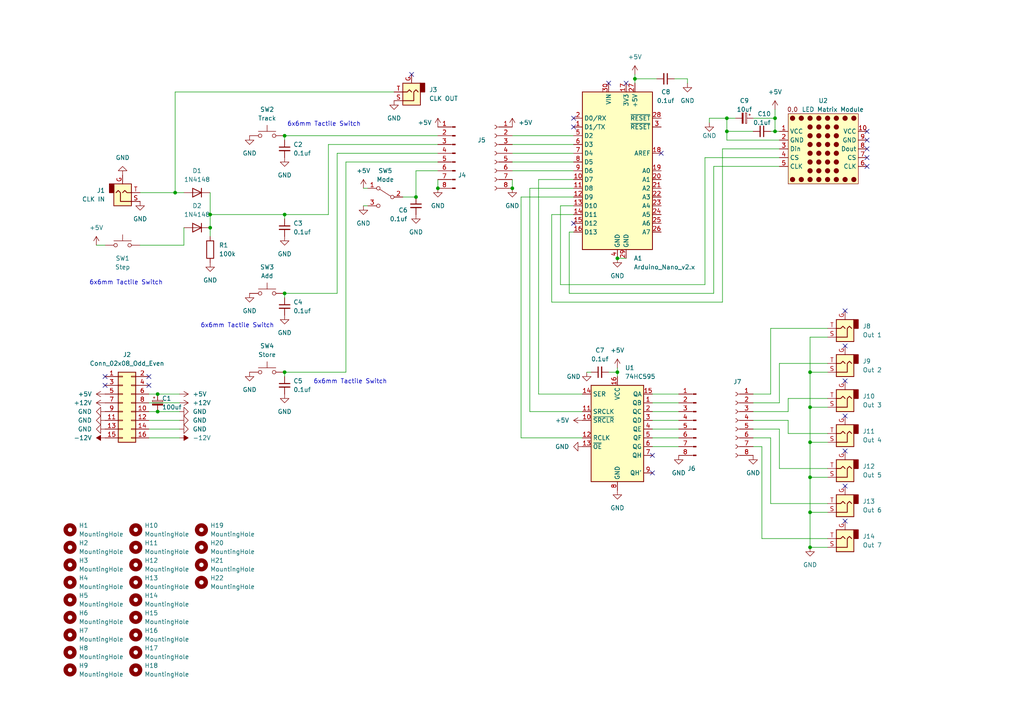
<source format=kicad_sch>
(kicad_sch (version 20250114) (generator "eeschema") (generator_version "9.0")
  (paper "A4")
  (title_block (date "2025-05-14") (rev "1"))
  (lib_symbols
    (symbol "74xx:74HC595"
      (property "Reference" "U" (at -7.62 13.97 0))
      (property "Value" "74HC595" (at -7.62 -16.51 0))
      (symbol "74HC595_1_0"
        (pin input line (at -10.16 10.16 0) (length 2.54) (name "SER") (number "14"))
        (pin input line (at -10.16 5.08 0) (length 2.54) (name "SRCLK") (number "11"))
        (pin input line (at -10.16 2.54 0) (length 2.54) (name "~{SRCLR}") (number "10"))
        (pin input line (at -10.16 -2.54 0) (length 2.54) (name "RCLK") (number "12"))
        (pin input line (at -10.16 -5.08 0) (length 2.54) (name "~{OE}") (number "13"))
        (pin power_in line (at 0 15.24 270) (length 2.54) (name "VCC") (number "16"))
        (pin power_in line (at 0 -17.78 90) (length 2.54) (name "GND") (number "8"))
        (pin tri_state line (at 10.16 10.16 180) (length 2.54) (name "QA") (number "15"))
        (pin tri_state line (at 10.16 7.62 180) (length 2.54) (name "QB") (number "1"))
        (pin tri_state line (at 10.16 5.08 180) (length 2.54) (name "QC") (number "2"))
        (pin tri_state line (at 10.16 2.54 180) (length 2.54) (name "QD") (number "3"))
        (pin tri_state line (at 10.16 0 180) (length 2.54) (name "QE") (number "4"))
        (pin tri_state line (at 10.16 -2.54 180) (length 2.54) (name "QF") (number "5"))
        (pin tri_state line (at 10.16 -5.08 180) (length 2.54) (name "QG") (number "6"))
        (pin tri_state line (at 10.16 -7.62 180) (length 2.54) (name "QH") (number "7"))
        (pin output line (at 10.16 -12.7 180) (length 2.54) (name "QH'") (number "9"))
      )
      (symbol "74HC595_1_1"
        (rectangle (start -7.62 12.7) (end 7.62 -15.24) (stroke (width 0.254)) (fill (type background)))
      )
    )
    (symbol "Connector:Conn_01x08_Pin" (pin_names (offset 1.016) (hide yes))
      (property "Reference" "J" (at 0 10.16 0))
      (property "Value" "Conn_01x08_Pin" (at 0 -12.7 0))
      (symbol "Conn_01x08_Pin_1_1"
        (rectangle (start 0.8636 7.747) (end 0 7.493) (stroke (width 0.1524)) (fill (type outline)))
        (rectangle (start 0.8636 5.207) (end 0 4.953) (stroke (width 0.1524)) (fill (type outline)))
        (rectangle (start 0.8636 2.667) (end 0 2.413) (stroke (width 0.1524)) (fill (type outline)))
        (rectangle (start 0.8636 0.127) (end 0 -0.127) (stroke (width 0.1524)) (fill (type outline)))
        (rectangle (start 0.8636 -2.413) (end 0 -2.667) (stroke (width 0.1524)) (fill (type outline)))
        (rectangle (start 0.8636 -4.953) (end 0 -5.207) (stroke (width 0.1524)) (fill (type outline)))
        (rectangle (start 0.8636 -7.493) (end 0 -7.747) (stroke (width 0.1524)) (fill (type outline)))
        (rectangle (start 0.8636 -10.033) (end 0 -10.287) (stroke (width 0.1524)) (fill (type outline)))
        (polyline (pts (xy 1.27 7.62) (xy 0.8636 7.62)) (stroke (width 0.1524)))
        (polyline (pts (xy 1.27 5.08) (xy 0.8636 5.08)) (stroke (width 0.1524)))
        (polyline (pts (xy 1.27 2.54) (xy 0.8636 2.54)) (stroke (width 0.1524)))
        (polyline (pts (xy 1.27 0) (xy 0.8636 0)) (stroke (width 0.1524)))
        (polyline (pts (xy 1.27 -2.54) (xy 0.8636 -2.54)) (stroke (width 0.1524)))
        (polyline (pts (xy 1.27 -5.08) (xy 0.8636 -5.08)) (stroke (width 0.1524)))
        (polyline (pts (xy 1.27 -7.62) (xy 0.8636 -7.62)) (stroke (width 0.1524)))
        (polyline (pts (xy 1.27 -10.16) (xy 0.8636 -10.16)) (stroke (width 0.1524)))
        (pin passive line (at 5.08 7.62 180) (length 3.81) (name "Pin_1") (number "1"))
        (pin passive line (at 5.08 5.08 180) (length 3.81) (name "Pin_2") (number "2"))
        (pin passive line (at 5.08 2.54 180) (length 3.81) (name "Pin_3") (number "3"))
        (pin passive line (at 5.08 0 180) (length 3.81) (name "Pin_4") (number "4"))
        (pin passive line (at 5.08 -2.54 180) (length 3.81) (name "Pin_5") (number "5"))
        (pin passive line (at 5.08 -5.08 180) (length 3.81) (name "Pin_6") (number "6"))
        (pin passive line (at 5.08 -7.62 180) (length 3.81) (name "Pin_7") (number "7"))
        (pin passive line (at 5.08 -10.16 180) (length 3.81) (name "Pin_8") (number "8"))
      )
    )
    (symbol "Connector:Conn_01x08_Socket" (pin_names (offset 1.016) (hide yes))
      (property "Reference" "J" (at 0 10.16 0))
      (property "Value" "Conn_01x08_Socket" (at 0 -12.7 0))
      (symbol "Conn_01x08_Socket_1_1"
        (polyline (pts (xy -1.27 7.62) (xy -0.508 7.62)) (stroke (width 0.1524)))
        (polyline (pts (xy -1.27 5.08) (xy -0.508 5.08)) (stroke (width 0.1524)))
        (polyline (pts (xy -1.27 2.54) (xy -0.508 2.54)) (stroke (width 0.1524)))
        (polyline (pts (xy -1.27 0) (xy -0.508 0)) (stroke (width 0.1524)))
        (polyline (pts (xy -1.27 -2.54) (xy -0.508 -2.54)) (stroke (width 0.1524)))
        (polyline (pts (xy -1.27 -5.08) (xy -0.508 -5.08)) (stroke (width 0.1524)))
        (polyline (pts (xy -1.27 -7.62) (xy -0.508 -7.62)) (stroke (width 0.1524)))
        (polyline (pts (xy -1.27 -10.16) (xy -0.508 -10.16)) (stroke (width 0.1524)))
        (arc (start 0 7.112) (mid -0.5058 7.62) (end 0 8.128) (stroke (width 0.1524)))
        (arc (start 0 4.572) (mid -0.5058 5.08) (end 0 5.588) (stroke (width 0.1524)))
        (arc (start 0 2.032) (mid -0.5058 2.54) (end 0 3.048) (stroke (width 0.1524)))
        (arc (start 0 -0.508) (mid -0.5058 0) (end 0 0.508) (stroke (width 0.1524)))
        (arc (start 0 -3.048) (mid -0.5058 -2.54) (end 0 -2.032) (stroke (width 0.1524)))
        (arc (start 0 -5.588) (mid -0.5058 -5.08) (end 0 -4.572) (stroke (width 0.1524)))
        (arc (start 0 -8.128) (mid -0.5058 -7.62) (end 0 -7.112) (stroke (width 0.1524)))
        (arc (start 0 -10.668) (mid -0.5058 -10.16) (end 0 -9.652) (stroke (width 0.1524)))
        (pin passive line (at -5.08 7.62 0) (length 3.81) (name "Pin_1") (number "1"))
        (pin passive line (at -5.08 5.08 0) (length 3.81) (name "Pin_2") (number "2"))
        (pin passive line (at -5.08 2.54 0) (length 3.81) (name "Pin_3") (number "3"))
        (pin passive line (at -5.08 0 0) (length 3.81) (name "Pin_4") (number "4"))
        (pin passive line (at -5.08 -2.54 0) (length 3.81) (name "Pin_5") (number "5"))
        (pin passive line (at -5.08 -5.08 0) (length 3.81) (name "Pin_6") (number "6"))
        (pin passive line (at -5.08 -7.62 0) (length 3.81) (name "Pin_7") (number "7"))
        (pin passive line (at -5.08 -10.16 0) (length 3.81) (name "Pin_8") (number "8"))
      )
    )
    (symbol "Connector_Audio:AudioJack2_Ground"
      (property "Reference" "J" (at 0 8.89 0))
      (property "Value" "AudioJack2_Ground" (at 0 6.35 0))
      (symbol "AudioJack2_Ground_0_1"
        (rectangle (start -2.54 -2.54) (end -3.81 0) (stroke (width 0.254)) (fill (type outline)))
        (polyline (pts (xy 0 0) (xy 0.635 -0.635) (xy 1.27 0) (xy 2.54 0)) (stroke (width 0.254)))
        (rectangle (start 2.54 3.81) (end -2.54 -2.54) (stroke (width 0.254)) (fill (type background)))
        (polyline (pts (xy 2.54 2.54) (xy -0.635 2.54) (xy -0.635 0) (xy -1.27 -0.635) (xy -1.905 0)) (stroke (width 0.254)))
      )
      (symbol "AudioJack2_Ground_1_1"
        (pin passive line (at 0 -5.08 90) (length 2.54) (name "~") (number "G"))
        (pin passive line (at 5.08 2.54 180) (length 2.54) (name "~") (number "S"))
        (pin passive line (at 5.08 0 180) (length 2.54) (name "~") (number "T"))
      )
    )
    (symbol "Connector_Generic:Conn_02x08_Odd_Even" (pin_names (offset 1.016) (hide yes))
      (property "Reference" "J5" (at 1.27 13.97 0))
      (property "Value" "Conn_02x08_Odd_Even" (at 1.27 11.43 0))
      (symbol "Conn_02x08_Odd_Even_1_1"
        (rectangle (start -1.27 8.89) (end 3.81 -11.43) (stroke (width 0.254)) (fill (type background)))
        (rectangle (start -1.27 7.747) (end 0 7.493) (stroke (width 0.1524)))
        (rectangle (start -1.27 5.207) (end 0 4.953) (stroke (width 0.1524)))
        (rectangle (start -1.27 2.667) (end 0 2.413) (stroke (width 0.1524)))
        (rectangle (start -1.27 0.127) (end 0 -0.127) (stroke (width 0.1524)))
        (rectangle (start -1.27 -2.413) (end 0 -2.667) (stroke (width 0.1524)))
        (rectangle (start -1.27 -4.953) (end 0 -5.207) (stroke (width 0.1524)))
        (rectangle (start -1.27 -7.493) (end 0 -7.747) (stroke (width 0.1524)))
        (rectangle (start -1.27 -10.033) (end 0 -10.287) (stroke (width 0.1524)))
        (rectangle (start 3.81 7.747) (end 2.54 7.493) (stroke (width 0.1524)))
        (rectangle (start 3.81 5.207) (end 2.54 4.953) (stroke (width 0.1524)))
        (rectangle (start 3.81 2.667) (end 2.54 2.413) (stroke (width 0.1524)))
        (rectangle (start 3.81 0.127) (end 2.54 -0.127) (stroke (width 0.1524)))
        (rectangle (start 3.81 -2.413) (end 2.54 -2.667) (stroke (width 0.1524)))
        (rectangle (start 3.81 -4.953) (end 2.54 -5.207) (stroke (width 0.1524)))
        (rectangle (start 3.81 -7.493) (end 2.54 -7.747) (stroke (width 0.1524)))
        (rectangle (start 3.81 -10.033) (end 2.54 -10.287) (stroke (width 0.1524)))
        (pin passive line (at -5.08 7.62 0) (length 3.81) (name "Pin_1") (number "1"))
        (pin passive line (at -5.08 5.08 0) (length 3.81) (name "Pin_3") (number "3"))
        (pin passive line (at -5.08 2.54 0) (length 3.81) (name "Pin_5") (number "5"))
        (pin passive line (at -5.08 0 0) (length 3.81) (name "Pin_7") (number "7"))
        (pin passive line (at -5.08 -2.54 0) (length 3.81) (name "Pin_9") (number "9"))
        (pin passive line (at -5.08 -5.08 0) (length 3.81) (name "Pin_11") (number "11"))
        (pin passive line (at -5.08 -7.62 0) (length 3.81) (name "Pin_13") (number "13"))
        (pin passive line (at -5.08 -10.16 0) (length 3.81) (name "Pin_15") (number "15"))
        (pin passive line (at 7.62 7.62 180) (length 3.81) (name "Pin_2") (number "2"))
        (pin passive line (at 7.62 5.08 180) (length 3.81) (name "Pin_4") (number "4"))
        (pin power_out line (at 7.62 2.54 180) (length 3.81) (name "Pin_6") (number "6"))
        (pin power_out line (at 7.62 0 180) (length 3.81) (name "Pin_8") (number "8"))
        (pin passive line (at 7.62 -2.54 180) (length 3.81) (name "Pin_10") (number "10"))
        (pin power_out line (at 7.62 -5.08 180) (length 3.81) (name "Pin_12") (number "12"))
        (pin passive line (at 7.62 -7.62 180) (length 3.81) (name "Pin_14") (number "14"))
        (pin power_out line (at 7.62 -10.16 180) (length 3.81) (name "Pin_16") (number "16"))
      )
    )
    (symbol "Custom_Symbols:LED_Matrix"
      (property "Reference" "U" (at 0 11.43 0))
      (symbol "LED_Matrix_1_1"
        (rectangle (start -10.16 10.16) (end 10.16 -10.16) (fill (type background)))
        (circle (center -8.89 8.89) (radius 0.0001) (stroke (width 1.5)) (fill (type outline)))
        (circle (center -8.89 -8.89) (radius 0.0001) (stroke (width 1.5)) (fill (type outline)))
        (circle (center -6.35 8.89) (radius 0.0001) (stroke (width 1.5)) (fill (type outline)))
        (circle (center -6.35 -8.89) (radius 0.0001) (stroke (width 1.5)) (fill (type outline)))
        (circle (center -3.81 8.89) (radius 0.0001) (stroke (width 1.5)) (fill (type outline)))
        (circle (center -3.81 6.35) (radius 0.0001) (stroke (width 1.5)) (fill (type outline)))
        (circle (center -3.81 3.81) (radius 0.0001) (stroke (width 1.5)) (fill (type outline)))
        (circle (center -3.81 1.27) (radius 0.0001) (stroke (width 1.5)) (fill (type outline)))
        (circle (center -3.81 -1.27) (radius 0.0001) (stroke (width 1.5)) (fill (type outline)))
        (circle (center -3.81 -3.81) (radius 0.0001) (stroke (width 1.5)) (fill (type outline)))
        (circle (center -3.81 -6.35) (radius 0.0001) (stroke (width 1.5)) (fill (type outline)))
        (circle (center -3.81 -8.89) (radius 0.0001) (stroke (width 1.5)) (fill (type outline)))
        (circle (center -1.27 8.89) (radius 0.0001) (stroke (width 1.5)) (fill (type outline)))
        (circle (center -1.27 6.35) (radius 0.0001) (stroke (width 1.5)) (fill (type outline)))
        (circle (center -1.27 3.81) (radius 0.0001) (stroke (width 1.5)) (fill (type outline)))
        (circle (center -1.27 1.27) (radius 0.0001) (stroke (width 1.5)) (fill (type outline)))
        (circle (center -1.27 -1.27) (radius 0.0001) (stroke (width 1.5)) (fill (type outline)))
        (circle (center -1.27 -3.81) (radius 0.0001) (stroke (width 1.5)) (fill (type outline)))
        (circle (center -1.27 -6.35) (radius 0.0001) (stroke (width 1.5)) (fill (type outline)))
        (circle (center -1.27 -8.89) (radius 0.0001) (stroke (width 1.5)) (fill (type outline)))
        (circle (center 1.27 8.89) (radius 0.0001) (stroke (width 1.5)) (fill (type outline)))
        (circle (center 1.27 6.35) (radius 0.0001) (stroke (width 1.5)) (fill (type outline)))
        (circle (center 1.27 3.81) (radius 0.0001) (stroke (width 1.5)) (fill (type outline)))
        (circle (center 1.27 1.27) (radius 0.0001) (stroke (width 1.5)) (fill (type outline)))
        (circle (center 1.27 -1.27) (radius 0.0001) (stroke (width 1.5)) (fill (type outline)))
        (circle (center 1.27 -3.81) (radius 0.0001) (stroke (width 1.5)) (fill (type outline)))
        (circle (center 1.27 -6.35) (radius 0.0001) (stroke (width 1.5)) (fill (type outline)))
        (circle (center 1.27 -8.89) (radius 0.0001) (stroke (width 1.5)) (fill (type outline)))
        (circle (center 3.81 8.89) (radius 0.0001) (stroke (width 1.5)) (fill (type outline)))
        (circle (center 3.81 6.35) (radius 0.0001) (stroke (width 1.5)) (fill (type outline)))
        (circle (center 3.81 3.81) (radius 0.0001) (stroke (width 1.5)) (fill (type outline)))
        (circle (center 3.81 1.27) (radius 0.0001) (stroke (width 1.5)) (fill (type outline)))
        (circle (center 3.81 -1.27) (radius 0.0001) (stroke (width 1.5)) (fill (type outline)))
        (circle (center 3.81 -3.81) (radius 0.0001) (stroke (width 1.5)) (fill (type outline)))
        (circle (center 3.81 -6.35) (radius 0.0001) (stroke (width 1.5)) (fill (type outline)))
        (circle (center 3.81 -8.89) (radius 0.0001) (stroke (width 1.5)) (fill (type outline)))
        (circle (center 6.35 8.89) (radius 0.0001) (stroke (width 1.5)) (fill (type outline)))
        (circle (center 6.35 -8.89) (radius 0.0001) (stroke (width 1.5)) (fill (type outline)))
        (circle (center 8.89 8.89) (radius 0.0001) (stroke (width 1.5)) (fill (type outline)))
        (circle (center 8.89 -8.89) (radius 0.0001) (stroke (width 1.5)) (fill (type outline)))
        (text "0,0" (at -8.89 11.43 0) (effects (font (size 1.27 1.27))))
        (pin power_in line (at -12.7 5.08 0) (length 2.54) (name "VCC") (number "1"))
        (pin power_in line (at -12.7 2.54 0) (length 2.54) (name "GND") (number "2"))
        (pin input line (at -12.7 0 0) (length 2.54) (name "Din") (number "3"))
        (pin input line (at -12.7 -2.54 0) (length 2.54) (name "CS") (number "4"))
        (pin input line (at -12.7 -5.08 0) (length 2.54) (name "CLK") (number "5"))
        (pin power_out line (at 12.7 5.08 180) (length 2.54) (name "VCC") (number "10"))
        (pin power_out line (at 12.7 2.54 180) (length 2.54) (name "GND") (number "9"))
        (pin output line (at 12.7 0 180) (length 2.54) (name "Dout") (number "8"))
        (pin input line (at 12.7 -2.54 180) (length 2.54) (name "CS") (number "7"))
        (pin input line (at 12.7 -5.08 180) (length 2.54) (name "CLK") (number "6"))
      )
    )
    (symbol "Device:C_Polarized_Small" (pin_numbers (hide yes)) (pin_names (offset 0.254) (hide yes))
      (property "Reference" "C" (at 0.254 1.778 0))
      (property "Value" "C_Polarized_Small" (at 0.254 -2.032 0))
      (symbol "C_Polarized_Small_0_1"
        (rectangle (start -1.524 0.6858) (end 1.524 0.3048))
        (rectangle (start -1.524 -0.3048) (end 1.524 -0.6858) (fill (type outline)))
        (polyline (pts (xy -1.27 1.524) (xy -0.762 1.524)))
        (polyline (pts (xy -1.016 1.27) (xy -1.016 1.778)))
      )
      (symbol "C_Polarized_Small_1_1"
        (pin passive line (at 0 2.54 270) (length 1.8542) (name "~") (number "1"))
        (pin passive line (at 0 -2.54 90) (length 1.8542) (name "~") (number "2"))
      )
    )
    (symbol "Device:C_Small" (pin_numbers (hide yes)) (pin_names (offset 0.254) (hide yes))
      (property "Reference" "C" (at 0.254 1.778 0))
      (property "Value" "C_Small" (at 0.254 -2.032 0))
      (symbol "C_Small_0_1"
        (polyline (pts (xy -1.524 0.508) (xy 1.524 0.508)) (stroke (width 0.3048)))
        (polyline (pts (xy -1.524 -0.508) (xy 1.524 -0.508)) (stroke (width 0.3302)))
      )
      (symbol "C_Small_1_1"
        (pin passive line (at 0 2.54 270) (length 2.032) (name "~") (number "1"))
        (pin passive line (at 0 -2.54 90) (length 2.032) (name "~") (number "2"))
      )
    )
    (symbol "Device:R" (pin_numbers (hide yes)) (pin_names (offset 0))
      (property "Reference" "R" (at 2.032 0 90))
      (property "Value" "R" (at 0 0 90))
      (symbol "R_0_1"
        (rectangle (start -1.016 -2.54) (end 1.016 2.54) (stroke (width 0.254)))
      )
      (symbol "R_1_1"
        (pin passive line (at 0 3.81 270) (length 1.27) (name "~") (number "1"))
        (pin passive line (at 0 -3.81 90) (length 1.27) (name "~") (number "2"))
      )
    )
    (symbol "Diode:1N4148" (pin_numbers (hide yes)) (pin_names (hide yes))
      (property "Reference" "D" (at 0 2.54 0))
      (property "Value" "1N4148" (at 0 -2.54 0))
      (symbol "1N4148_0_1"
        (polyline (pts (xy -1.27 1.27) (xy -1.27 -1.27)) (stroke (width 0.254)))
        (polyline (pts (xy 1.27 1.27) (xy 1.27 -1.27) (xy -1.27 0) (xy 1.27 1.27)) (stroke (width 0.254)))
        (polyline (pts (xy 1.27 0) (xy -1.27 0)))
      )
      (symbol "1N4148_1_1"
        (pin passive line (at -3.81 0 0) (length 2.54) (name "K") (number "1"))
        (pin passive line (at 3.81 0 180) (length 2.54) (name "A") (number "2"))
      )
    )
    (symbol "MCU_Module:Arduino_Nano_v2.x"
      (property "Reference" "A" (at -10.16 23.495 0))
      (property "Value" "Arduino_Nano_v2.x" (at 5.08 -24.13 0))
      (symbol "Arduino_Nano_v2.x_0_1"
        (rectangle (start -10.16 22.86) (end 10.16 -22.86) (stroke (width 0.254)) (fill (type background)))
      )
      (symbol "Arduino_Nano_v2.x_1_1"
        (pin bidirectional line (at -12.7 15.24 0) (length 2.54) (name "D0/RX") (number "2"))
        (pin bidirectional line (at -12.7 12.7 0) (length 2.54) (name "D1/TX") (number "1"))
        (pin bidirectional line (at -12.7 10.16 0) (length 2.54) (name "D2") (number "5"))
        (pin bidirectional line (at -12.7 7.62 0) (length 2.54) (name "D3") (number "6"))
        (pin bidirectional line (at -12.7 5.08 0) (length 2.54) (name "D4") (number "7"))
        (pin bidirectional line (at -12.7 2.54 0) (length 2.54) (name "D5") (number "8"))
        (pin bidirectional line (at -12.7 0 0) (length 2.54) (name "D6") (number "9"))
        (pin bidirectional line (at -12.7 -2.54 0) (length 2.54) (name "D7") (number "10"))
        (pin bidirectional line (at -12.7 -5.08 0) (length 2.54) (name "D8") (number "11"))
        (pin bidirectional line (at -12.7 -7.62 0) (length 2.54) (name "D9") (number "12"))
        (pin bidirectional line (at -12.7 -10.16 0) (length 2.54) (name "D10") (number "13"))
        (pin bidirectional line (at -12.7 -12.7 0) (length 2.54) (name "D11") (number "14"))
        (pin bidirectional line (at -12.7 -15.24 0) (length 2.54) (name "D12") (number "15"))
        (pin bidirectional line (at -12.7 -17.78 0) (length 2.54) (name "D13") (number "16"))
        (pin power_in line (at -2.54 25.4 270) (length 2.54) (name "VIN") (number "30"))
        (pin power_in line (at 0 -25.4 90) (length 2.54) (name "GND") (number "4"))
        (pin power_out line (at 2.54 25.4 270) (length 2.54) (name "3V3") (number "17"))
        (pin power_in line (at 2.54 -25.4 90) (length 2.54) (name "GND") (number "29"))
        (pin power_out line (at 5.08 25.4 270) (length 2.54) (name "+5V") (number "27"))
        (pin input line (at 12.7 15.24 180) (length 2.54) (name "~{RESET}") (number "28"))
        (pin input line (at 12.7 12.7 180) (length 2.54) (name "~{RESET}") (number "3"))
        (pin input line (at 12.7 5.08 180) (length 2.54) (name "AREF") (number "18"))
        (pin bidirectional line (at 12.7 0 180) (length 2.54) (name "A0") (number "19"))
        (pin bidirectional line (at 12.7 -2.54 180) (length 2.54) (name "A1") (number "20"))
        (pin bidirectional line (at 12.7 -5.08 180) (length 2.54) (name "A2") (number "21"))
        (pin bidirectional line (at 12.7 -7.62 180) (length 2.54) (name "A3") (number "22"))
        (pin bidirectional line (at 12.7 -10.16 180) (length 2.54) (name "A4") (number "23"))
        (pin bidirectional line (at 12.7 -12.7 180) (length 2.54) (name "A5") (number "24"))
        (pin bidirectional line (at 12.7 -15.24 180) (length 2.54) (name "A6") (number "25"))
        (pin bidirectional line (at 12.7 -17.78 180) (length 2.54) (name "A7") (number "26"))
      )
    )
    (symbol "Mechanical:MountingHole" (pin_names (offset 1.016))
      (property "Reference" "H" (at 0 5.08 0))
      (property "Value" "MountingHole" (at 0 3.175 0))
      (symbol "MountingHole_0_1"
        (circle (center 0 0) (radius 1.27) (stroke (width 1.27)))
      )
    )
    (symbol "Switch:SW_Push" (pin_numbers (hide yes)) (pin_names (offset 1.016) (hide yes))
      (property "Reference" "SW" (at 1.27 2.54 0))
      (property "Value" "SW_Push" (at 0 -1.524 0))
      (symbol "SW_Push_0_1"
        (circle (center -2.032 0) (radius 0.508))
        (polyline (pts (xy 0 1.27) (xy 0 3.048)))
        (circle (center 2.032 0) (radius 0.508))
        (polyline (pts (xy 2.54 1.27) (xy -2.54 1.27)))
        (pin passive line (at -5.08 0 0) (length 2.54) (name "1") (number "1"))
        (pin passive line (at 5.08 0 180) (length 2.54) (name "2") (number "2"))
      )
    )
    (symbol "Switch:SW_SPDT" (pin_names (offset 0) (hide yes))
      (property "Reference" "SW" (at 0 4.318 0))
      (property "Value" "SW_SPDT" (at 0 -5.08 0))
      (symbol "SW_SPDT_0_0"
        (circle (center -2.032 0) (radius 0.508))
        (circle (center 2.032 -2.54) (radius 0.508))
      )
      (symbol "SW_SPDT_0_1"
        (polyline (pts (xy -1.524 0.254) (xy 1.651 2.286)))
        (circle (center 2.032 2.54) (radius 0.508))
      )
      (symbol "SW_SPDT_1_1"
        (pin passive line (at -5.08 0 0) (length 2.54) (name "B") (number "2"))
        (pin passive line (at 5.08 2.54 180) (length 2.54) (name "A") (number "1"))
        (pin passive line (at 5.08 -2.54 180) (length 2.54) (name "C") (number "3"))
      )
    )
    (symbol "power:+12V" (power) (pin_names (offset 0))
      (property "Value" "+12V" (at 0 3.556 0))
      (symbol "+12V_0_1"
        (polyline (pts (xy -0.762 1.27) (xy 0 2.54)))
        (polyline (pts (xy 0 2.54) (xy 0.762 1.27)))
        (polyline (pts (xy 0 0) (xy 0 2.54)))
      )
      (symbol "+12V_1_1"
        (pin power_in line (at 0 0 90) (length 0) (hide yes) (name "+12V") (number "1"))
      )
    )
    (symbol "power:+5V" (power) (pin_names (offset 0))
      (property "Value" "+5V" (at 0 3.556 0))
      (symbol "+5V_0_1"
        (polyline (pts (xy -0.762 1.27) (xy 0 2.54)))
        (polyline (pts (xy 0 2.54) (xy 0.762 1.27)))
        (polyline (pts (xy 0 0) (xy 0 2.54)))
      )
      (symbol "+5V_1_1"
        (pin power_in line (at 0 0 90) (length 0) (hide yes) (name "+5V") (number "1"))
      )
    )
    (symbol "power:-12V" (power) (pin_names (offset 0))
      (property "Value" "-12V" (at 0 3.81 0))
      (symbol "-12V_0_0"
        (pin power_in line (at 0 0 90) (length 0) (hide yes) (name "-12V") (number "1"))
      )
      (symbol "-12V_0_1"
        (polyline (pts (xy 0 0) (xy 0 1.27) (xy 0.762 1.27) (xy 0 2.54) (xy -0.762 1.27) (xy 0 1.27)) (fill (type outline)))
      )
    )
    (symbol "power:GND" (power) (pin_names (offset 0))
      (property "Value" "GND" (at 0 -3.81 0))
      (symbol "GND_0_1"
        (polyline (pts (xy 0 0) (xy 0 -1.27) (xy 1.27 -1.27) (xy 0 -2.54) (xy -1.27 -1.27) (xy 0 -1.27)))
      )
      (symbol "GND_1_1"
        (pin power_in line (at 0 0 270) (length 0) (hide yes) (name "GND") (number "1"))
      )
    )
  )
  (text "6x6mm Tactile Switch" (at 93.98 36.068 0) (effects (font (size 1.27 1.27))))
  (text "6x6mm Tactile Switch" (at 36.576 82.042 0) (effects (font (size 1.27 1.27))))
  (text "6x6mm Tactile Switch" (at 68.834 94.488 0) (effects (font (size 1.27 1.27))))
  (text "6x6mm Tactile Switch" (at 101.6 110.744 0) (effects (font (size 1.27 1.27))))
  (junction (at 234.95 107.95))
  (junction (at 184.15 22.86))
  (junction (at 45.72 119.38))
  (junction (at 45.72 114.3))
  (junction (at 82.55 107.95))
  (junction (at 224.79 34.29))
  (junction (at 234.95 128.27))
  (junction (at 60.96 62.23))
  (junction (at 234.95 118.11))
  (junction (at 127 54.61))
  (junction (at 179.07 74.93))
  (junction (at 82.55 62.23))
  (junction (at 82.55 85.09))
  (junction (at 82.55 39.37))
  (junction (at 179.07 107.95))
  (junction (at 50.8 55.88))
  (junction (at 234.95 158.75))
  (junction (at 234.95 148.59))
  (junction (at 210.82 38.1))
  (junction (at 210.82 34.29))
  (junction (at 234.95 138.43))
  (junction (at 60.96 66.04))
  (junction (at 224.79 38.1))
  (junction (at 148.59 54.61))
  (junction (at 120.65 57.15))
  (no_connect (at 245.11 90.17))
  (no_connect (at 251.46 48.26))
  (no_connect (at 251.46 45.72))
  (no_connect (at 181.61 24.13))
  (no_connect (at 189.23 137.16))
  (no_connect (at 245.11 151.13))
  (no_connect (at 251.46 38.1))
  (no_connect (at 251.46 40.64))
  (no_connect (at 119.38 21.59))
  (no_connect (at 245.11 120.65))
  (no_connect (at 191.77 44.45))
  (no_connect (at 245.11 140.97))
  (no_connect (at 245.11 110.49))
  (no_connect (at 245.11 130.81))
  (no_connect (at 166.37 36.83))
  (no_connect (at 166.37 34.29))
  (no_connect (at 245.11 100.33))
  (no_connect (at 30.48 109.22))
  (no_connect (at 189.23 132.08))
  (no_connect (at 30.48 111.76))
  (no_connect (at 43.18 111.76))
  (no_connect (at 176.53 24.13))
  (no_connect (at 43.18 109.22))
  (no_connect (at 251.46 43.18))
  (no_connect (at 166.37 64.77))
  (wire (pts (xy 95.25 41.91) (xy 95.25 62.23)))
  (wire (pts (xy 195.58 22.86) (xy 199.39 22.86)))
  (wire (pts (xy 151.13 57.15) (xy 151.13 127)))
  (wire (pts (xy 220.98 156.21) (xy 240.03 156.21)))
  (wire (pts (xy 82.55 107.95) (xy 100.33 107.95)))
  (wire (pts (xy 234.95 128.27) (xy 240.03 128.27)))
  (wire (pts (xy 95.25 41.91) (xy 127 41.91)))
  (wire (pts (xy 162.56 59.69) (xy 166.37 59.69)))
  (wire (pts (xy 43.18 116.84) (xy 52.07 116.84)))
  (wire (pts (xy 170.18 107.95) (xy 171.45 107.95)))
  (wire (pts (xy 224.79 38.1) (xy 223.52 38.1)))
  (wire (pts (xy 234.95 128.27) (xy 234.95 138.43)))
  (wire (pts (xy 153.67 119.38) (xy 168.91 119.38)))
  (wire (pts (xy 234.95 148.59) (xy 234.95 158.75)))
  (wire (pts (xy 228.6 115.57) (xy 240.03 115.57)))
  (wire (pts (xy 218.44 114.3) (xy 223.52 114.3)))
  (wire (pts (xy 234.95 138.43) (xy 234.95 148.59)))
  (wire (pts (xy 100.33 46.99) (xy 127 46.99)))
  (wire (pts (xy 166.37 54.61) (xy 153.67 54.61)))
  (wire (pts (xy 234.95 118.11) (xy 240.03 118.11)))
  (wire (pts (xy 40.64 71.12) (xy 53.34 71.12)))
  (wire (pts (xy 60.96 66.04) (xy 60.96 68.58)))
  (wire (pts (xy 97.79 44.45) (xy 97.79 85.09)))
  (wire (pts (xy 179.07 74.93) (xy 181.61 74.93)))
  (wire (pts (xy 226.06 135.89) (xy 240.03 135.89)))
  (wire (pts (xy 210.82 40.64) (xy 210.82 38.1)))
  (wire (pts (xy 223.52 114.3) (xy 223.52 95.25)))
  (wire (pts (xy 224.79 34.29) (xy 224.79 38.1)))
  (wire (pts (xy 189.23 119.38) (xy 196.85 119.38)))
  (wire (pts (xy 179.07 107.95) (xy 179.07 109.22)))
  (wire (pts (xy 50.8 26.67) (xy 50.8 55.88)))
  (wire (pts (xy 224.79 38.1) (xy 226.06 38.1)))
  (wire (pts (xy 189.23 116.84) (xy 196.85 116.84)))
  (wire (pts (xy 148.59 39.37) (xy 166.37 39.37)))
  (wire (pts (xy 82.55 86.36) (xy 82.55 85.09)))
  (wire (pts (xy 234.95 107.95) (xy 234.95 118.11)))
  (wire (pts (xy 218.44 124.46) (xy 226.06 124.46)))
  (wire (pts (xy 120.65 57.15) (xy 120.65 49.53)))
  (wire (pts (xy 234.95 118.11) (xy 234.95 128.27)))
  (wire (pts (xy 210.82 38.1) (xy 218.44 38.1)))
  (wire (pts (xy 189.23 124.46) (xy 196.85 124.46)))
  (wire (pts (xy 209.55 43.18) (xy 209.55 87.63)))
  (wire (pts (xy 218.44 121.92) (xy 228.6 121.92)))
  (wire (pts (xy 43.18 121.92) (xy 52.07 121.92)))
  (wire (pts (xy 184.15 22.86) (xy 184.15 24.13)))
  (wire (pts (xy 184.15 22.86) (xy 190.5 22.86)))
  (wire (pts (xy 189.23 114.3) (xy 196.85 114.3)))
  (wire (pts (xy 176.53 107.95) (xy 179.07 107.95)))
  (wire (pts (xy 234.95 97.79) (xy 234.95 107.95)))
  (wire (pts (xy 127 52.07) (xy 127 54.61)))
  (wire (pts (xy 82.55 40.64) (xy 82.55 39.37)))
  (wire (pts (xy 53.34 71.12) (xy 53.34 66.04)))
  (wire (pts (xy 162.56 59.69) (xy 162.56 82.55)))
  (wire (pts (xy 148.59 41.91) (xy 166.37 41.91)))
  (wire (pts (xy 60.96 62.23) (xy 60.96 66.04)))
  (wire (pts (xy 204.47 82.55) (xy 162.56 82.55)))
  (wire (pts (xy 27.94 71.12) (xy 30.48 71.12)))
  (wire (pts (xy 223.52 127) (xy 223.52 146.05)))
  (wire (pts (xy 205.74 34.29) (xy 210.82 34.29)))
  (wire (pts (xy 240.03 97.79) (xy 234.95 97.79)))
  (wire (pts (xy 179.07 106.68) (xy 179.07 107.95)))
  (wire (pts (xy 240.03 107.95) (xy 234.95 107.95)))
  (wire (pts (xy 43.18 119.38) (xy 45.72 119.38)))
  (wire (pts (xy 100.33 107.95) (xy 100.33 46.99)))
  (wire (pts (xy 220.98 129.54) (xy 220.98 156.21)))
  (wire (pts (xy 156.21 52.07) (xy 156.21 114.3)))
  (wire (pts (xy 228.6 119.38) (xy 228.6 115.57)))
  (wire (pts (xy 43.18 114.3) (xy 45.72 114.3)))
  (wire (pts (xy 210.82 34.29) (xy 213.36 34.29)))
  (wire (pts (xy 234.95 138.43) (xy 240.03 138.43)))
  (wire (pts (xy 151.13 127) (xy 168.91 127)))
  (wire (pts (xy 207.01 48.26) (xy 226.06 48.26)))
  (wire (pts (xy 165.1 85.09) (xy 207.01 85.09)))
  (wire (pts (xy 234.95 158.75) (xy 240.03 158.75)))
  (wire (pts (xy 207.01 48.26) (xy 207.01 85.09)))
  (wire (pts (xy 204.47 45.72) (xy 204.47 82.55)))
  (wire (pts (xy 199.39 24.13) (xy 199.39 22.86)))
  (wire (pts (xy 156.21 114.3) (xy 168.91 114.3)))
  (wire (pts (xy 218.44 127) (xy 223.52 127)))
  (wire (pts (xy 189.23 127) (xy 196.85 127)))
  (wire (pts (xy 218.44 116.84) (xy 226.06 116.84)))
  (wire (pts (xy 204.47 45.72) (xy 226.06 45.72)))
  (wire (pts (xy 43.18 127) (xy 52.07 127)))
  (wire (pts (xy 82.55 62.23) (xy 95.25 62.23)))
  (wire (pts (xy 189.23 121.92) (xy 196.85 121.92)))
  (wire (pts (xy 52.07 124.46) (xy 43.18 124.46)))
  (wire (pts (xy 82.55 85.09) (xy 97.79 85.09)))
  (wire (pts (xy 218.44 129.54) (xy 220.98 129.54)))
  (wire (pts (xy 166.37 67.31) (xy 165.1 67.31)))
  (wire (pts (xy 148.59 44.45) (xy 166.37 44.45)))
  (wire (pts (xy 210.82 38.1) (xy 210.82 34.29)))
  (wire (pts (xy 116.84 57.15) (xy 120.65 57.15)))
  (wire (pts (xy 210.82 40.64) (xy 226.06 40.64)))
  (wire (pts (xy 50.8 55.88) (xy 53.34 55.88)))
  (wire (pts (xy 226.06 116.84) (xy 226.06 105.41)))
  (wire (pts (xy 105.41 59.69) (xy 106.68 59.69)))
  (wire (pts (xy 226.06 105.41) (xy 240.03 105.41)))
  (wire (pts (xy 166.37 52.07) (xy 156.21 52.07)))
  (wire (pts (xy 82.55 39.37) (xy 127 39.37)))
  (wire (pts (xy 184.15 21.59) (xy 184.15 22.86)))
  (wire (pts (xy 228.6 121.92) (xy 228.6 125.73)))
  (wire (pts (xy 60.96 62.23) (xy 82.55 62.23)))
  (wire (pts (xy 226.06 124.46) (xy 226.06 135.89)))
  (wire (pts (xy 223.52 146.05) (xy 240.03 146.05)))
  (wire (pts (xy 45.72 119.38) (xy 52.07 119.38)))
  (wire (pts (xy 160.02 62.23) (xy 166.37 62.23)))
  (wire (pts (xy 105.41 54.61) (xy 106.68 54.61)))
  (wire (pts (xy 148.59 46.99) (xy 166.37 46.99)))
  (wire (pts (xy 234.95 148.59) (xy 240.03 148.59)))
  (wire (pts (xy 223.52 95.25) (xy 240.03 95.25)))
  (wire (pts (xy 228.6 125.73) (xy 240.03 125.73)))
  (wire (pts (xy 165.1 67.31) (xy 165.1 85.09)))
  (wire (pts (xy 209.55 87.63) (xy 160.02 87.63)))
  (wire (pts (xy 60.96 55.88) (xy 60.96 62.23)))
  (wire (pts (xy 205.74 34.29) (xy 205.74 35.56)))
  (wire (pts (xy 148.59 52.07) (xy 148.59 54.61)))
  (wire (pts (xy 120.65 49.53) (xy 127 49.53)))
  (wire (pts (xy 50.8 26.67) (xy 114.3 26.67)))
  (wire (pts (xy 153.67 54.61) (xy 153.67 119.38)))
  (wire (pts (xy 82.55 62.23) (xy 82.55 63.5)))
  (wire (pts (xy 97.79 44.45) (xy 127 44.45)))
  (wire (pts (xy 40.64 55.88) (xy 50.8 55.88)))
  (wire (pts (xy 209.55 43.18) (xy 226.06 43.18)))
  (wire (pts (xy 160.02 87.63) (xy 160.02 62.23)))
  (wire (pts (xy 166.37 57.15) (xy 151.13 57.15)))
  (wire (pts (xy 224.79 31.75) (xy 224.79 34.29)))
  (wire (pts (xy 218.44 119.38) (xy 228.6 119.38)))
  (wire (pts (xy 224.79 34.29) (xy 218.44 34.29)))
  (wire (pts (xy 45.72 114.3) (xy 52.07 114.3)))
  (wire (pts (xy 148.59 49.53) (xy 166.37 49.53)))
  (wire (pts (xy 82.55 109.22) (xy 82.55 107.95)))
  (wire (pts (xy 189.23 129.54) (xy 196.85 129.54)))
  (symbol (lib_id "MCU_Module:Arduino_Nano_v2.x") (at 179.07 49.53 0) (unit 1)
    (property "Reference" "A1" (at 183.8041 74.93 0) (effects (justify left)))
    (property "Value" "Arduino_Nano_v2.x" (at 183.8041 77.47 0) (effects (justify left)))
    (property "Footprint" "Module:Arduino_Nano" (effects (hide yes)))
    (property "Datasheet" "https://www.arduino.cc/en/uploads/Main/ArduinoNanoManual23.pdf" (effects (hide yes)))
  )
  (symbol (lib_id "Mechanical:MountingHole") (at 20.32 189.23 0) (unit 1)
    (property "Reference" "H8" (at 22.86 187.96 0) (effects (justify left)))
    (property "Value" "MountingHole" (at 22.86 190.5 0) (effects (justify left)))
    (property "Footprint" "Faceplate Footprints:6x6mm_Momentary_Switch_Button" (effects (hide yes)))
  )
  (symbol (lib_id "power:GND") (at 218.44 132.08 0) (unit 1)
    (property "Reference" "#PWR042" (effects (hide yes)))
    (property "Value" "GND" (at 218.44 137.16 0))
  )
  (symbol (lib_id "Mechanical:MountingHole") (at 39.37 158.75 0) (unit 1)
    (property "Reference" "H11" (at 41.91 157.48 0) (effects (justify left)))
    (property "Value" "MountingHole" (at 41.91 160.02 0) (effects (justify left)))
    (property "Footprint" "Faceplate Footprints:0.125in_Jack_Face" (effects (hide yes)))
  )
  (symbol (lib_id "Mechanical:MountingHole") (at 39.37 163.83 0) (unit 1)
    (property "Reference" "H12" (at 41.91 162.56 0) (effects (justify left)))
    (property "Value" "MountingHole" (at 41.91 165.1 0) (effects (justify left)))
    (property "Footprint" "MountingHole:MountingHole_3.2mm_M3" (effects (hide yes)))
  )
  (symbol (lib_id "Device:C_Small") (at 220.98 38.1 270) (mirror x) (unit 1)
    (property "Reference" "C10" (at 219.71 33.02 90) (effects (justify left)))
    (property "Value" "0.1uf" (at 218.44 35.56 90) (effects (justify left)))
    (property "Footprint" "Capacitor_THT:C_Disc_D3.0mm_W1.6mm_P2.50mm" (effects (hide yes)))
  )
  (symbol (lib_id "Connector_Audio:AudioJack2_Ground") (at 119.38 26.67 180) (unit 1)
    (property "Reference" "J3" (at 124.46 26.035 0) (effects (justify right)))
    (property "Value" "CLK OUT" (at 124.46 28.575 0) (effects (justify right)))
    (property "Footprint" "Custom Footprints:3.5mm_jack_vertical" (effects (hide yes)))
  )
  (symbol (lib_id "Switch:SW_Push") (at 77.47 39.37 0) (unit 1)
    (property "Reference" "SW2" (at 77.47 31.75 0))
    (property "Value" "Track" (at 77.47 34.29 0))
    (property "Footprint" "Button_Switch_THT:SW_PUSH_6mm_H13mm" (effects (hide yes)))
  )
  (symbol (lib_id "power:GND") (at 196.85 132.08 0) (unit 1)
    (property "Reference" "#PWR039" (effects (hide yes)))
    (property "Value" "GND" (at 196.85 137.16 0))
  )
  (symbol (lib_id "power:GND") (at 82.55 68.58 0) (unit 1)
    (property "Reference" "#PWR021" (effects (hide yes)))
    (property "Value" "GND" (at 82.55 73.66 0))
  )
  (symbol (lib_id "74xx:74HC595") (at 179.07 124.46 0) (unit 1)
    (property "Reference" "U1" (at 181.2641 106.68 0) (effects (justify left)))
    (property "Value" "74HC595" (at 181.2641 109.22 0) (effects (justify left)))
    (property "Footprint" "Package_DIP:DIP-16_W7.62mm_Socket" (effects (hide yes)))
    (property "Datasheet" "http://www.ti.com/lit/ds/symlink/sn74hc595.pdf" (effects (hide yes)))
  )
  (symbol (lib_id "Connector_Audio:AudioJack2_Ground") (at 245.11 156.21 180) (unit 1)
    (property "Reference" "J14" (at 250.19 155.575 0) (effects (justify right)))
    (property "Value" "Out 7" (at 250.19 158.115 0) (effects (justify right)))
    (property "Footprint" "Custom Footprints:3.5mm_jack_vertical" (effects (hide yes)))
  )
  (symbol (lib_id "power:+5V") (at 168.91 121.92 90) (unit 1)
    (property "Reference" "#PWR032" (effects (hide yes)))
    (property "Value" "+5V" (at 165.1 121.92 90) (effects (justify left)))
  )
  (symbol (lib_id "Device:C_Small") (at 120.65 59.69 0) (unit 1)
    (property "Reference" "C6" (at 115.57 60.96 0) (effects (justify left)))
    (property "Value" "0.1uf" (at 113.03 63.5 0) (effects (justify left)))
    (property "Footprint" "Capacitor_THT:C_Disc_D3.0mm_W1.6mm_P2.50mm" (effects (hide yes)))
  )
  (symbol (lib_id "Mechanical:MountingHole") (at 20.32 173.99 0) (unit 1)
    (property "Reference" "H5" (at 22.86 172.72 0) (effects (justify left)))
    (property "Value" "MountingHole" (at 22.86 175.26 0) (effects (justify left)))
    (property "Footprint" "Faceplate Footprints:6x6mm_Momentary_Switch_Button" (effects (hide yes)))
  )
  (symbol (lib_id "Mechanical:MountingHole") (at 58.42 168.91 0) (unit 1)
    (property "Reference" "H22" (at 60.96 167.64 0) (effects (justify left)))
    (property "Value" "MountingHole" (at 60.96 170.18 0) (effects (justify left)))
    (property "Footprint" "Faceplate Footprints:0.125in_Jack_Face" (effects (hide yes)))
  )
  (symbol (lib_id "power:+5V") (at 52.07 114.3 270) (unit 1)
    (property "Reference" "#PWR010" (effects (hide yes)))
    (property "Value" "+5V" (at 55.88 114.3 90) (effects (justify left)))
  )
  (symbol (lib_id "Mechanical:MountingHole") (at 20.32 158.75 0) (unit 1)
    (property "Reference" "H2" (at 22.86 157.48 0) (effects (justify left)))
    (property "Value" "MountingHole" (at 22.86 160.02 0) (effects (justify left)))
    (property "Footprint" "Faceplate Footprints:Eurorack_Mounting_Hole" (effects (hide yes)))
  )
  (symbol (lib_id "power:+5V") (at 148.59 36.83 0) (unit 1)
    (property "Reference" "#PWR030" (effects (hide yes)))
    (property "Value" "+5V" (at 152.4 35.56 0))
  )
  (symbol (lib_id "Device:C_Polarized_Small") (at 45.72 116.84 0) (unit 1)
    (property "Reference" "C1" (at 46.99 115.57 0) (effects (justify left)))
    (property "Value" "100uf" (at 46.99 118.11 0) (effects (justify left)))
    (property "Footprint" "Capacitor_THT:CP_Radial_D5.0mm_P2.50mm" (effects (hide yes)))
  )
  (symbol (lib_id "power:+5V") (at 105.41 54.61 0) (unit 1)
    (property "Reference" "#PWR024" (effects (hide yes)))
    (property "Value" "+5V" (at 105.41 49.53 0))
  )
  (symbol (lib_id "Mechanical:MountingHole") (at 58.42 158.75 0) (unit 1)
    (property "Reference" "H20" (at 60.96 157.48 0) (effects (justify left)))
    (property "Value" "MountingHole" (at 60.96 160.02 0) (effects (justify left)))
    (property "Footprint" "Faceplate Footprints:0.125in_Jack_Face" (effects (hide yes)))
  )
  (symbol (lib_id "power:GND") (at 52.07 119.38 90) (unit 1)
    (property "Reference" "#PWR012" (effects (hide yes)))
    (property "Value" "GND" (at 55.88 119.38 90) (effects (justify right)))
  )
  (symbol (lib_id "Switch:SW_Push") (at 77.47 85.09 0) (unit 1)
    (property "Reference" "SW3" (at 77.47 77.47 0))
    (property "Value" "Add" (at 77.47 80.01 0))
    (property "Footprint" "Button_Switch_THT:SW_PUSH_6mm_H13mm" (effects (hide yes)))
  )
  (symbol (lib_id "Device:C_Small") (at 173.99 107.95 90) (unit 1)
    (property "Reference" "C7" (at 173.9963 101.6 90))
    (property "Value" "0.1uf" (at 173.9963 104.14 90))
    (property "Footprint" "Capacitor_THT:C_Disc_D3.0mm_W1.6mm_P2.50mm" (effects (hide yes)))
  )
  (symbol (lib_id "power:-12V") (at 52.07 127 270) (unit 1)
    (property "Reference" "#PWR015" (effects (hide yes)))
    (property "Value" "-12V" (at 55.88 127 90) (effects (justify left)))
  )
  (symbol (lib_id "Mechanical:MountingHole") (at 20.32 163.83 0) (unit 1)
    (property "Reference" "H3" (at 22.86 162.56 0) (effects (justify left)))
    (property "Value" "MountingHole" (at 22.86 165.1 0) (effects (justify left)))
    (property "Footprint" "Faceplate Footprints:Eurorack_Mounting_Hole" (effects (hide yes)))
  )
  (symbol (lib_id "Device:C_Small") (at 82.55 88.9 0) (unit 1)
    (property "Reference" "C4" (at 85.09 87.6363 0) (effects (justify left)))
    (property "Value" "0.1uf" (at 85.09 90.1763 0) (effects (justify left)))
    (property "Footprint" "Capacitor_THT:C_Disc_D3.0mm_W1.6mm_P2.50mm" (effects (hide yes)))
  )
  (symbol (lib_id "power:GND") (at 82.55 91.44 0) (unit 1)
    (property "Reference" "#PWR022" (effects (hide yes)))
    (property "Value" "GND" (at 82.55 96.52 0))
  )
  (symbol (lib_id "Connector_Audio:AudioJack2_Ground") (at 35.56 55.88 0) (mirror x) (unit 1)
    (property "Reference" "J1" (at 30.48 55.245 0) (effects (justify right)))
    (property "Value" "CLK IN" (at 30.48 57.785 0) (effects (justify right)))
    (property "Footprint" "Custom Footprints:3.5mm_jack_vertical" (effects (hide yes)))
  )
  (symbol (lib_id "Mechanical:MountingHole") (at 39.37 179.07 0) (unit 1)
    (property "Reference" "H15" (at 41.91 177.8 0) (effects (justify left)))
    (property "Value" "MountingHole" (at 41.91 180.34 0) (effects (justify left)))
    (property "Footprint" "MountingHole:MountingHole_3.2mm_M3" (effects (hide yes)))
  )
  (symbol (lib_id "Device:C_Small") (at 82.55 66.04 0) (unit 1)
    (property "Reference" "C3" (at 85.09 64.7763 0) (effects (justify left)))
    (property "Value" "0.1uf" (at 85.09 67.3163 0) (effects (justify left)))
    (property "Footprint" "Capacitor_THT:C_Disc_D3.0mm_W1.6mm_P2.50mm" (effects (hide yes)))
  )
  (symbol (lib_id "power:GND") (at 35.56 50.8 180) (unit 1)
    (property "Reference" "#PWR08" (effects (hide yes)))
    (property "Value" "GND" (at 35.56 45.72 0))
  )
  (symbol (lib_id "Mechanical:MountingHole") (at 20.32 168.91 0) (unit 1)
    (property "Reference" "H4" (at 22.86 167.64 0) (effects (justify left)))
    (property "Value" "MountingHole" (at 22.86 170.18 0) (effects (justify left)))
    (property "Footprint" "Faceplate Footprints:Eurorack_Mounting_Hole" (effects (hide yes)))
  )
  (symbol (lib_id "power:GND") (at 199.39 24.13 0) (unit 1)
    (property "Reference" "#PWR040" (effects (hide yes)))
    (property "Value" "GND" (at 199.39 29.21 0))
  )
  (symbol (lib_id "Custom_Symbols:LED_Matrix") (at 238.76 43.18 0) (unit 1)
    (property "Reference" "U2" (at 238.76 29.21 0))
    (property "Value" "LED Matrix Module" (at 241.554 31.75 0))
    (property "Footprint" "Custom Footprints:LED_Matrix" (effects (hide yes)))
  )
  (symbol (lib_id "power:GND") (at 179.07 74.93 0) (unit 1)
    (property "Reference" "#PWR035" (effects (hide yes)))
    (property "Value" "GND" (at 179.07 80.01 0))
  )
  (symbol (lib_id "power:+5V") (at 179.07 106.68 0) (unit 1)
    (property "Reference" "#PWR036" (effects (hide yes)))
    (property "Value" "+5V" (at 179.07 101.6 0))
  )
  (symbol (lib_id "Connector_Audio:AudioJack2_Ground") (at 245.11 105.41 180) (unit 1)
    (property "Reference" "J9" (at 250.19 104.775 0) (effects (justify right)))
    (property "Value" "Out 2" (at 250.19 107.315 0) (effects (justify right)))
    (property "Footprint" "Custom Footprints:3.5mm_jack_vertical" (effects (hide yes)))
  )
  (symbol (lib_id "Mechanical:MountingHole") (at 20.32 184.15 0) (unit 1)
    (property "Reference" "H7" (at 22.86 182.88 0) (effects (justify left)))
    (property "Value" "MountingHole" (at 22.86 185.42 0) (effects (justify left)))
    (property "Footprint" "Faceplate Footprints:0.125in_Jack_Face" (effects (hide yes)))
  )
  (symbol (lib_id "Connector_Audio:AudioJack2_Ground") (at 245.11 125.73 180) (unit 1)
    (property "Reference" "J11" (at 250.19 125.095 0) (effects (justify right)))
    (property "Value" "Out 4" (at 250.19 127.635 0) (effects (justify right)))
    (property "Footprint" "Custom Footprints:3.5mm_jack_vertical" (effects (hide yes)))
  )
  (symbol (lib_id "Diode:1N4148") (at 57.15 55.88 180) (unit 1)
    (property "Reference" "D1" (at 57.15 49.53 0))
    (property "Value" "1N4148" (at 57.15 52.07 0))
    (property "Footprint" "Diode_THT:D_DO-35_SOD27_P7.62mm_Horizontal" (effects (hide yes)))
    (property "Datasheet" "https://assets.nexperia.com/documents/data-sheet/1N4148_1N4448.pdf" (effects (hide yes)))
    (property "Sim.Device" "D" (effects (hide yes)))
    (property "Sim.Pins" "1=K 2=A" (effects (hide yes)))
  )
  (symbol (lib_id "power:GND") (at 168.91 129.54 270) (unit 1)
    (property "Reference" "#PWR033" (effects (hide yes)))
    (property "Value" "GND" (at 165.1 129.54 90) (effects (justify right)))
  )
  (symbol (lib_id "power:GND") (at 72.39 85.09 0) (unit 1)
    (property "Reference" "#PWR018" (effects (hide yes)))
    (property "Value" "GND" (at 72.39 90.17 0))
  )
  (symbol (lib_id "Connector:Conn_01x08_Pin") (at 201.93 121.92 0) (mirror y) (unit 1)
    (property "Reference" "J6" (at 199.39 135.89 0) (effects (justify right)))
    (property "Value" "Conn_01x08_Pin" (effects (hide yes)))
    (property "Footprint" "Connector_PinSocket_2.54mm:PinSocket_1x08_P2.54mm_Vertical" (effects (hide yes)))
  )
  (symbol (lib_id "power:GND") (at 127 54.61 0) (unit 1)
    (property "Reference" "#PWR029" (effects (hide yes)))
    (property "Value" "GND" (at 127 59.69 0))
  )
  (symbol (lib_id "Mechanical:MountingHole") (at 58.42 163.83 0) (unit 1)
    (property "Reference" "H21" (at 60.96 162.56 0) (effects (justify left)))
    (property "Value" "MountingHole" (at 60.96 165.1 0) (effects (justify left)))
    (property "Footprint" "Faceplate Footprints:0.125in_Jack_Face" (effects (hide yes)))
  )
  (symbol (lib_id "Mechanical:MountingHole") (at 58.42 153.67 0) (unit 1)
    (property "Reference" "H19" (at 60.96 152.4 0) (effects (justify left)))
    (property "Value" "MountingHole" (at 60.96 154.94 0) (effects (justify left)))
    (property "Footprint" "Faceplate Footprints:6x6mm_Momentary_Switch_Button" (effects (hide yes)))
  )
  (symbol (lib_id "Mechanical:MountingHole") (at 20.32 179.07 0) (unit 1)
    (property "Reference" "H6" (at 22.86 177.8 0) (effects (justify left)))
    (property "Value" "MountingHole" (at 22.86 180.34 0) (effects (justify left)))
    (property "Footprint" "Faceplate Footprints:0.125in_Jack_Face" (effects (hide yes)))
  )
  (symbol (lib_id "power:+5V") (at 224.79 31.75 0) (unit 1)
    (property "Reference" "#PWR043" (effects (hide yes)))
    (property "Value" "+5V" (at 224.79 26.67 0))
  )
  (symbol (lib_id "power:GND") (at 114.3 29.21 0) (unit 1)
    (property "Reference" "#PWR026" (effects (hide yes)))
    (property "Value" "GND" (at 114.3 34.29 0))
  )
  (symbol (lib_id "Connector_Audio:AudioJack2_Ground") (at 245.11 135.89 180) (unit 1)
    (property "Reference" "J12" (at 250.19 135.255 0) (effects (justify right)))
    (property "Value" "Out 5" (at 250.19 137.795 0) (effects (justify right)))
    (property "Footprint" "Custom Footprints:3.5mm_jack_vertical" (effects (hide yes)))
  )
  (symbol (lib_id "power:-12V") (at 30.48 127 90) (unit 1)
    (property "Reference" "#PWR07" (effects (hide yes)))
    (property "Value" "-12V" (at 26.67 127 90) (effects (justify left)))
  )
  (symbol (lib_id "power:GND") (at 52.07 121.92 90) (unit 1)
    (property "Reference" "#PWR013" (effects (hide yes)))
    (property "Value" "GND" (at 55.88 121.92 90) (effects (justify right)))
  )
  (symbol (lib_id "Switch:SW_Push") (at 77.47 107.95 0) (unit 1)
    (property "Reference" "SW4" (at 77.47 100.33 0))
    (property "Value" "Store" (at 77.47 102.87 0))
    (property "Footprint" "Button_Switch_THT:SW_PUSH_6mm_H13mm" (effects (hide yes)))
  )
  (symbol (lib_id "power:GND") (at 82.55 114.3 0) (unit 1)
    (property "Reference" "#PWR023" (effects (hide yes)))
    (property "Value" "GND" (at 82.55 119.38 0))
  )
  (symbol (lib_id "Connector_Generic:Conn_02x08_Odd_Even") (at 35.56 116.84 0) (unit 1)
    (property "Reference" "J2" (at 36.83 102.87 0))
    (property "Value" "Conn_02x08_Odd_Even" (at 36.83 105.41 0))
    (property "Footprint" "Custom Footprints:16-pin shrouded header" (effects (hide yes)))
  )
  (symbol (lib_id "power:GND") (at 148.59 54.61 0) (unit 1)
    (property "Reference" "#PWR031" (effects (hide yes)))
    (property "Value" "GND" (at 148.59 59.69 0))
  )
  (symbol (lib_id "power:GND") (at 120.65 62.23 0) (unit 1)
    (property "Reference" "#PWR027" (effects (hide yes)))
    (property "Value" "GND" (at 120.65 67.31 0))
  )
  (symbol (lib_id "Connector_Audio:AudioJack2_Ground") (at 245.11 95.25 180) (unit 1)
    (property "Reference" "J8" (at 250.19 94.615 0) (effects (justify right)))
    (property "Value" "Out 1" (at 250.19 97.155 0) (effects (justify right)))
    (property "Footprint" "Custom Footprints:3.5mm_jack_vertical" (effects (hide yes)))
  )
  (symbol (lib_id "power:+5V") (at 30.48 114.3 90) (unit 1)
    (property "Reference" "#PWR02" (effects (hide yes)))
    (property "Value" "+5V" (at 26.67 114.3 90) (effects (justify left)))
  )
  (symbol (lib_id "power:GND") (at 30.48 124.46 270) (unit 1)
    (property "Reference" "#PWR06" (effects (hide yes)))
    (property "Value" "GND" (at 26.67 124.46 90) (effects (justify right)))
  )
  (symbol (lib_id "power:GND") (at 72.39 39.37 0) (unit 1)
    (property "Reference" "#PWR017" (effects (hide yes)))
    (property "Value" "GND" (at 72.39 44.45 0))
  )
  (symbol (lib_id "Mechanical:MountingHole") (at 20.32 153.67 0) (unit 1)
    (property "Reference" "H1" (at 22.86 152.4 0) (effects (justify left)))
    (property "Value" "MountingHole" (at 22.86 154.94 0) (effects (justify left)))
    (property "Footprint" "Faceplate Footprints:Eurorack_Mounting_Hole" (effects (hide yes)))
  )
  (symbol (lib_id "Connector:Conn_01x08_Pin") (at 132.08 44.45 0) (mirror y) (unit 1)
    (property "Reference" "J4" (at 132.842 50.8 0) (effects (justify right)))
    (property "Value" "Conn_01x08_Pin" (effects (hide yes)))
    (property "Footprint" "Connector_PinHeader_2.54mm:PinHeader_1x08_P2.54mm_Vertical" (effects (hide yes)))
  )
  (symbol (lib_id "power:GND") (at 60.96 76.2 0) (unit 1)
    (property "Reference" "#PWR016" (effects (hide yes)))
    (property "Value" "GND" (at 60.96 81.28 0))
  )
  (symbol (lib_id "Device:C_Small") (at 193.04 22.86 270) (mirror x) (unit 1)
    (property "Reference" "C8" (at 191.77 26.67 90) (effects (justify left)))
    (property "Value" "0.1uf" (at 190.5 29.21 90) (effects (justify left)))
    (property "Footprint" "Capacitor_THT:C_Disc_D3.0mm_W1.6mm_P2.50mm" (effects (hide yes)))
  )
  (symbol (lib_id "Switch:SW_Push") (at 35.56 71.12 0) (unit 1)
    (property "Reference" "SW1" (at 35.56 74.93 0))
    (property "Value" "Step" (at 35.56 77.47 0))
    (property "Footprint" "Button_Switch_THT:SW_PUSH_6mm_H13mm" (effects (hide yes)))
  )
  (symbol (lib_id "power:GND") (at 72.39 107.95 0) (unit 1)
    (property "Reference" "#PWR019" (effects (hide yes)))
    (property "Value" "GND" (at 72.39 113.03 0))
  )
  (symbol (lib_id "power:GND") (at 170.18 107.95 0) (unit 1)
    (property "Reference" "#PWR034" (effects (hide yes)))
    (property "Value" "GND" (at 166.37 109.22 0))
  )
  (symbol (lib_id "Device:C_Small") (at 82.55 111.76 0) (unit 1)
    (property "Reference" "C5" (at 85.09 110.4963 0) (effects (justify left)))
    (property "Value" "0.1uf" (at 85.09 113.0363 0) (effects (justify left)))
    (property "Footprint" "Capacitor_THT:C_Disc_D3.0mm_W1.6mm_P2.50mm" (effects (hide yes)))
  )
  (symbol (lib_id "power:GND") (at 234.95 158.75 0) (unit 1)
    (property "Reference" "#PWR044" (effects (hide yes)))
    (property "Value" "GND" (at 234.95 163.83 0))
  )
  (symbol (lib_id "Connector_Audio:AudioJack2_Ground") (at 245.11 146.05 180) (unit 1)
    (property "Reference" "J13" (at 250.19 145.415 0) (effects (justify right)))
    (property "Value" "Out 6" (at 250.19 147.955 0) (effects (justify right)))
    (property "Footprint" "Custom Footprints:3.5mm_jack_vertical" (effects (hide yes)))
  )
  (symbol (lib_id "power:GND") (at 30.48 119.38 270) (unit 1)
    (property "Reference" "#PWR04" (effects (hide yes)))
    (property "Value" "GND" (at 26.67 119.38 90) (effects (justify right)))
  )
  (symbol (lib_id "power:GND") (at 30.48 121.92 270) (unit 1)
    (property "Reference" "#PWR05" (effects (hide yes)))
    (property "Value" "GND" (at 26.67 121.92 90) (effects (justify right)))
  )
  (symbol (lib_id "power:+12V") (at 52.07 116.84 270) (unit 1)
    (property "Reference" "#PWR011" (effects (hide yes)))
    (property "Value" "+12V" (at 55.88 116.84 90) (effects (justify left)))
  )
  (symbol (lib_id "Mechanical:MountingHole") (at 39.37 184.15 0) (unit 1)
    (property "Reference" "H16" (at 41.91 182.88 0) (effects (justify left)))
    (property "Value" "MountingHole" (at 41.91 185.42 0) (effects (justify left)))
    (property "Footprint" "Faceplate Footprints:0.125in_Jack_Face" (effects (hide yes)))
  )
  (symbol (lib_id "Connector:Conn_01x08_Socket") (at 143.51 44.45 0) (mirror y) (unit 1)
    (property "Reference" "J5" (at 139.7 40.64 0))
    (property "Value" "Conn_01x08_Socket" (effects (hide yes)))
    (property "Footprint" "Connector_PinSocket_2.54mm:PinSocket_1x08_P2.54mm_Vertical" (effects (hide yes)))
  )
  (symbol (lib_id "power:+12V") (at 30.48 116.84 90) (unit 1)
    (property "Reference" "#PWR03" (effects (hide yes)))
    (property "Value" "+12V" (at 26.67 116.84 90) (effects (justify left)))
  )
  (symbol (lib_id "Switch:SW_SPDT") (at 111.76 57.15 0) (mirror y) (unit 1)
    (property "Reference" "SW5" (at 111.76 49.53 0))
    (property "Value" "Mode" (at 111.76 52.07 0))
    (property "Footprint" "Custom Footprints:MTS_Switch" (effects (hide yes)))
  )
  (symbol (lib_id "Mechanical:MountingHole") (at 39.37 168.91 0) (unit 1)
    (property "Reference" "H13" (at 41.91 167.64 0) (effects (justify left)))
    (property "Value" "MountingHole" (at 41.91 170.18 0) (effects (justify left)))
    (property "Footprint" "Faceplate Footprints:6x6mm_Momentary_Switch_Button" (effects (hide yes)))
  )
  (symbol (lib_id "Mechanical:MountingHole") (at 20.32 194.31 0) (unit 1)
    (property "Reference" "H9" (at 22.86 193.04 0) (effects (justify left)))
    (property "Value" "MountingHole" (at 22.86 195.58 0) (effects (justify left)))
    (property "Footprint" "Faceplate Footprints:Switch_Face" (effects (hide yes)))
  )
  (symbol (lib_id "power:GND") (at 40.64 58.42 0) (unit 1)
    (property "Reference" "#PWR09" (effects (hide yes)))
    (property "Value" "GND" (at 40.64 63.5 0))
  )
  (symbol (lib_id "Diode:1N4148") (at 57.15 66.04 0) (mirror y) (unit 1)
    (property "Reference" "D2" (at 57.15 59.69 0))
    (property "Value" "1N4148" (at 57.15 62.23 0))
    (property "Footprint" "Diode_THT:D_DO-35_SOD27_P7.62mm_Horizontal" (effects (hide yes)))
    (property "Datasheet" "https://assets.nexperia.com/documents/data-sheet/1N4148_1N4448.pdf" (effects (hide yes)))
    (property "Sim.Device" "D" (effects (hide yes)))
    (property "Sim.Pins" "1=K 2=A" (effects (hide yes)))
  )
  (symbol (lib_id "Device:R") (at 60.96 72.39 0) (unit 1)
    (property "Reference" "R1" (at 63.5 71.12 0) (effects (justify left)))
    (property "Value" "100k" (at 63.5 73.66 0) (effects (justify left)))
    (property "Footprint" "Resistor_THT:R_Axial_DIN0207_L6.3mm_D2.5mm_P10.16mm_Horizontal" (effects (hide yes)))
  )
  (symbol (lib_id "power:GND") (at 179.07 142.24 0) (unit 1)
    (property "Reference" "#PWR037" (effects (hide yes)))
    (property "Value" "GND" (at 179.07 147.32 0))
  )
  (symbol (lib_id "power:+5V") (at 127 36.83 0) (unit 1)
    (property "Reference" "#PWR028" (effects (hide yes)))
    (property "Value" "+5V" (at 123.19 35.56 0))
  )
  (symbol (lib_id "Mechanical:MountingHole") (at 39.37 194.31 0) (unit 1)
    (property "Reference" "H18" (at 41.91 193.04 0) (effects (justify left)))
    (property "Value" "MountingHole" (at 41.91 195.58 0) (effects (justify left)))
    (property "Footprint" "Faceplate Footprints:0.125in_Jack_Face" (effects (hide yes)))
  )
  (symbol (lib_id "Device:C_Small") (at 82.55 43.18 0) (unit 1)
    (property "Reference" "C2" (at 85.09 41.9163 0) (effects (justify left)))
    (property "Value" "0.1uf" (at 85.09 44.4563 0) (effects (justify left)))
    (property "Footprint" "Capacitor_THT:C_Disc_D3.0mm_W1.6mm_P2.50mm" (effects (hide yes)))
  )
  (symbol (lib_id "Mechanical:MountingHole") (at 39.37 173.99 0) (unit 1)
    (property "Reference" "H14" (at 41.91 172.72 0) (effects (justify left)))
    (property "Value" "MountingHole" (at 41.91 175.26 0) (effects (justify left)))
    (property "Footprint" "MountingHole:MountingHole_3.2mm_M3" (effects (hide yes)))
  )
  (symbol (lib_id "power:GND") (at 52.07 124.46 90) (unit 1)
    (property "Reference" "#PWR014" (effects (hide yes)))
    (property "Value" "GND" (at 55.88 124.46 90) (effects (justify right)))
  )
  (symbol (lib_id "power:+5V") (at 27.94 71.12 0) (unit 1)
    (property "Reference" "#PWR01" (effects (hide yes)))
    (property "Value" "+5V" (at 27.94 66.04 0))
  )
  (symbol (lib_id "power:GND") (at 205.74 35.56 0) (unit 1)
    (property "Reference" "#PWR041" (effects (hide yes)))
    (property "Value" "GND" (at 205.74 39.37 0))
  )
  (symbol (lib_id "Mechanical:MountingHole") (at 39.37 189.23 0) (unit 1)
    (property "Reference" "H17" (at 41.91 187.96 0) (effects (justify left)))
    (property "Value" "MountingHole" (at 41.91 190.5 0) (effects (justify left)))
    (property "Footprint" "MountingHole:MountingHole_3.2mm_M3" (effects (hide yes)))
  )
  (symbol (lib_id "power:+5V") (at 184.15 21.59 0) (unit 1)
    (property "Reference" "#PWR038" (effects (hide yes)))
    (property "Value" "+5V" (at 184.15 16.51 0))
  )
  (symbol (lib_id "Mechanical:MountingHole") (at 39.37 153.67 0) (unit 1)
    (property "Reference" "H10" (at 41.91 152.4 0) (effects (justify left)))
    (property "Value" "MountingHole" (at 41.91 154.94 0) (effects (justify left)))
    (property "Footprint" "Faceplate Footprints:0.125in_Jack_Face" (effects (hide yes)))
  )
  (symbol (lib_id "power:GND") (at 105.41 59.69 0) (unit 1)
    (property "Reference" "#PWR025" (effects (hide yes)))
    (property "Value" "GND" (at 105.41 64.77 0))
  )
  (symbol (lib_id "power:GND") (at 82.55 45.72 0) (unit 1)
    (property "Reference" "#PWR020" (effects (hide yes)))
    (property "Value" "GND" (at 82.55 50.8 0))
  )
  (symbol (lib_id "Connector:Conn_01x08_Socket") (at 213.36 121.92 0) (mirror y) (unit 1)
    (property "Reference" "J7" (at 213.868 110.744 0))
    (property "Value" "Conn_01x08_Socket" (effects (hide yes)))
    (property "Footprint" "Connector_PinHeader_2.54mm:PinHeader_1x08_P2.54mm_Vertical" (effects (hide yes)))
  )
  (symbol (lib_id "Device:C_Polarized_Small") (at 215.9 34.29 270) (unit 1)
    (property "Reference" "C9" (at 215.9 29.21 90))
    (property "Value" "10uf" (at 215.9 31.75 90))
    (property "Footprint" "Capacitor_THT:CP_Radial_D4.0mm_P1.50mm" (effects (hide yes)))
  )
  (symbol (lib_id "Connector_Audio:AudioJack2_Ground") (at 245.11 115.57 180) (unit 1)
    (property "Reference" "J10" (at 250.19 114.935 0) (effects (justify right)))
    (property "Value" "Out 3" (at 250.19 117.475 0) (effects (justify right)))
    (property "Footprint" "Custom Footprints:3.5mm_jack_vertical" (effects (hide yes)))
  )
)
</source>
